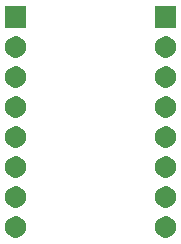
<source format=gbr>
%TF.GenerationSoftware,KiCad,Pcbnew,(5.1.6)-1*%
%TF.CreationDate,2020-10-05T22:36:01-05:00*%
%TF.ProjectId,ice30lp384_dev_board,69636533-306c-4703-9338-345f6465765f,rev?*%
%TF.SameCoordinates,Original*%
%TF.FileFunction,Soldermask,Bot*%
%TF.FilePolarity,Negative*%
%FSLAX46Y46*%
G04 Gerber Fmt 4.6, Leading zero omitted, Abs format (unit mm)*
G04 Created by KiCad (PCBNEW (5.1.6)-1) date 2020-10-05 22:36:01*
%MOMM*%
%LPD*%
G01*
G04 APERTURE LIST*
%ADD10C,0.100000*%
G04 APERTURE END LIST*
D10*
G36*
X112911754Y-65808817D02*
G01*
X113075689Y-65876721D01*
X113223227Y-65975303D01*
X113348697Y-66100773D01*
X113447279Y-66248311D01*
X113515183Y-66412246D01*
X113549800Y-66586279D01*
X113549800Y-66763721D01*
X113515183Y-66937754D01*
X113447279Y-67101689D01*
X113348697Y-67249227D01*
X113223227Y-67374697D01*
X113075689Y-67473279D01*
X112911754Y-67541183D01*
X112737721Y-67575800D01*
X112560279Y-67575800D01*
X112386246Y-67541183D01*
X112222311Y-67473279D01*
X112074773Y-67374697D01*
X111949303Y-67249227D01*
X111850721Y-67101689D01*
X111782817Y-66937754D01*
X111748200Y-66763721D01*
X111748200Y-66586279D01*
X111782817Y-66412246D01*
X111850721Y-66248311D01*
X111949303Y-66100773D01*
X112074773Y-65975303D01*
X112222311Y-65876721D01*
X112386246Y-65808817D01*
X112560279Y-65774200D01*
X112737721Y-65774200D01*
X112911754Y-65808817D01*
G37*
G36*
X125611754Y-65808817D02*
G01*
X125775689Y-65876721D01*
X125923227Y-65975303D01*
X126048697Y-66100773D01*
X126147279Y-66248311D01*
X126215183Y-66412246D01*
X126249800Y-66586279D01*
X126249800Y-66763721D01*
X126215183Y-66937754D01*
X126147279Y-67101689D01*
X126048697Y-67249227D01*
X125923227Y-67374697D01*
X125775689Y-67473279D01*
X125611754Y-67541183D01*
X125437721Y-67575800D01*
X125260279Y-67575800D01*
X125086246Y-67541183D01*
X124922311Y-67473279D01*
X124774773Y-67374697D01*
X124649303Y-67249227D01*
X124550721Y-67101689D01*
X124482817Y-66937754D01*
X124448200Y-66763721D01*
X124448200Y-66586279D01*
X124482817Y-66412246D01*
X124550721Y-66248311D01*
X124649303Y-66100773D01*
X124774773Y-65975303D01*
X124922311Y-65876721D01*
X125086246Y-65808817D01*
X125260279Y-65774200D01*
X125437721Y-65774200D01*
X125611754Y-65808817D01*
G37*
G36*
X112911754Y-63268817D02*
G01*
X113075689Y-63336721D01*
X113223227Y-63435303D01*
X113348697Y-63560773D01*
X113447279Y-63708311D01*
X113515183Y-63872246D01*
X113549800Y-64046279D01*
X113549800Y-64223721D01*
X113515183Y-64397754D01*
X113447279Y-64561689D01*
X113348697Y-64709227D01*
X113223227Y-64834697D01*
X113075689Y-64933279D01*
X112911754Y-65001183D01*
X112737721Y-65035800D01*
X112560279Y-65035800D01*
X112386246Y-65001183D01*
X112222311Y-64933279D01*
X112074773Y-64834697D01*
X111949303Y-64709227D01*
X111850721Y-64561689D01*
X111782817Y-64397754D01*
X111748200Y-64223721D01*
X111748200Y-64046279D01*
X111782817Y-63872246D01*
X111850721Y-63708311D01*
X111949303Y-63560773D01*
X112074773Y-63435303D01*
X112222311Y-63336721D01*
X112386246Y-63268817D01*
X112560279Y-63234200D01*
X112737721Y-63234200D01*
X112911754Y-63268817D01*
G37*
G36*
X125611754Y-63268817D02*
G01*
X125775689Y-63336721D01*
X125923227Y-63435303D01*
X126048697Y-63560773D01*
X126147279Y-63708311D01*
X126215183Y-63872246D01*
X126249800Y-64046279D01*
X126249800Y-64223721D01*
X126215183Y-64397754D01*
X126147279Y-64561689D01*
X126048697Y-64709227D01*
X125923227Y-64834697D01*
X125775689Y-64933279D01*
X125611754Y-65001183D01*
X125437721Y-65035800D01*
X125260279Y-65035800D01*
X125086246Y-65001183D01*
X124922311Y-64933279D01*
X124774773Y-64834697D01*
X124649303Y-64709227D01*
X124550721Y-64561689D01*
X124482817Y-64397754D01*
X124448200Y-64223721D01*
X124448200Y-64046279D01*
X124482817Y-63872246D01*
X124550721Y-63708311D01*
X124649303Y-63560773D01*
X124774773Y-63435303D01*
X124922311Y-63336721D01*
X125086246Y-63268817D01*
X125260279Y-63234200D01*
X125437721Y-63234200D01*
X125611754Y-63268817D01*
G37*
G36*
X125611754Y-60728817D02*
G01*
X125775689Y-60796721D01*
X125923227Y-60895303D01*
X126048697Y-61020773D01*
X126147279Y-61168311D01*
X126215183Y-61332246D01*
X126249800Y-61506279D01*
X126249800Y-61683721D01*
X126215183Y-61857754D01*
X126147279Y-62021689D01*
X126048697Y-62169227D01*
X125923227Y-62294697D01*
X125775689Y-62393279D01*
X125611754Y-62461183D01*
X125437721Y-62495800D01*
X125260279Y-62495800D01*
X125086246Y-62461183D01*
X124922311Y-62393279D01*
X124774773Y-62294697D01*
X124649303Y-62169227D01*
X124550721Y-62021689D01*
X124482817Y-61857754D01*
X124448200Y-61683721D01*
X124448200Y-61506279D01*
X124482817Y-61332246D01*
X124550721Y-61168311D01*
X124649303Y-61020773D01*
X124774773Y-60895303D01*
X124922311Y-60796721D01*
X125086246Y-60728817D01*
X125260279Y-60694200D01*
X125437721Y-60694200D01*
X125611754Y-60728817D01*
G37*
G36*
X112911754Y-60728817D02*
G01*
X113075689Y-60796721D01*
X113223227Y-60895303D01*
X113348697Y-61020773D01*
X113447279Y-61168311D01*
X113515183Y-61332246D01*
X113549800Y-61506279D01*
X113549800Y-61683721D01*
X113515183Y-61857754D01*
X113447279Y-62021689D01*
X113348697Y-62169227D01*
X113223227Y-62294697D01*
X113075689Y-62393279D01*
X112911754Y-62461183D01*
X112737721Y-62495800D01*
X112560279Y-62495800D01*
X112386246Y-62461183D01*
X112222311Y-62393279D01*
X112074773Y-62294697D01*
X111949303Y-62169227D01*
X111850721Y-62021689D01*
X111782817Y-61857754D01*
X111748200Y-61683721D01*
X111748200Y-61506279D01*
X111782817Y-61332246D01*
X111850721Y-61168311D01*
X111949303Y-61020773D01*
X112074773Y-60895303D01*
X112222311Y-60796721D01*
X112386246Y-60728817D01*
X112560279Y-60694200D01*
X112737721Y-60694200D01*
X112911754Y-60728817D01*
G37*
G36*
X125611754Y-58188817D02*
G01*
X125775689Y-58256721D01*
X125923227Y-58355303D01*
X126048697Y-58480773D01*
X126147279Y-58628311D01*
X126215183Y-58792246D01*
X126249800Y-58966279D01*
X126249800Y-59143721D01*
X126215183Y-59317754D01*
X126147279Y-59481689D01*
X126048697Y-59629227D01*
X125923227Y-59754697D01*
X125775689Y-59853279D01*
X125611754Y-59921183D01*
X125437721Y-59955800D01*
X125260279Y-59955800D01*
X125086246Y-59921183D01*
X124922311Y-59853279D01*
X124774773Y-59754697D01*
X124649303Y-59629227D01*
X124550721Y-59481689D01*
X124482817Y-59317754D01*
X124448200Y-59143721D01*
X124448200Y-58966279D01*
X124482817Y-58792246D01*
X124550721Y-58628311D01*
X124649303Y-58480773D01*
X124774773Y-58355303D01*
X124922311Y-58256721D01*
X125086246Y-58188817D01*
X125260279Y-58154200D01*
X125437721Y-58154200D01*
X125611754Y-58188817D01*
G37*
G36*
X112911754Y-58188817D02*
G01*
X113075689Y-58256721D01*
X113223227Y-58355303D01*
X113348697Y-58480773D01*
X113447279Y-58628311D01*
X113515183Y-58792246D01*
X113549800Y-58966279D01*
X113549800Y-59143721D01*
X113515183Y-59317754D01*
X113447279Y-59481689D01*
X113348697Y-59629227D01*
X113223227Y-59754697D01*
X113075689Y-59853279D01*
X112911754Y-59921183D01*
X112737721Y-59955800D01*
X112560279Y-59955800D01*
X112386246Y-59921183D01*
X112222311Y-59853279D01*
X112074773Y-59754697D01*
X111949303Y-59629227D01*
X111850721Y-59481689D01*
X111782817Y-59317754D01*
X111748200Y-59143721D01*
X111748200Y-58966279D01*
X111782817Y-58792246D01*
X111850721Y-58628311D01*
X111949303Y-58480773D01*
X112074773Y-58355303D01*
X112222311Y-58256721D01*
X112386246Y-58188817D01*
X112560279Y-58154200D01*
X112737721Y-58154200D01*
X112911754Y-58188817D01*
G37*
G36*
X112911754Y-55648817D02*
G01*
X113075689Y-55716721D01*
X113223227Y-55815303D01*
X113348697Y-55940773D01*
X113447279Y-56088311D01*
X113515183Y-56252246D01*
X113549800Y-56426279D01*
X113549800Y-56603721D01*
X113515183Y-56777754D01*
X113447279Y-56941689D01*
X113348697Y-57089227D01*
X113223227Y-57214697D01*
X113075689Y-57313279D01*
X112911754Y-57381183D01*
X112737721Y-57415800D01*
X112560279Y-57415800D01*
X112386246Y-57381183D01*
X112222311Y-57313279D01*
X112074773Y-57214697D01*
X111949303Y-57089227D01*
X111850721Y-56941689D01*
X111782817Y-56777754D01*
X111748200Y-56603721D01*
X111748200Y-56426279D01*
X111782817Y-56252246D01*
X111850721Y-56088311D01*
X111949303Y-55940773D01*
X112074773Y-55815303D01*
X112222311Y-55716721D01*
X112386246Y-55648817D01*
X112560279Y-55614200D01*
X112737721Y-55614200D01*
X112911754Y-55648817D01*
G37*
G36*
X125611754Y-55648817D02*
G01*
X125775689Y-55716721D01*
X125923227Y-55815303D01*
X126048697Y-55940773D01*
X126147279Y-56088311D01*
X126215183Y-56252246D01*
X126249800Y-56426279D01*
X126249800Y-56603721D01*
X126215183Y-56777754D01*
X126147279Y-56941689D01*
X126048697Y-57089227D01*
X125923227Y-57214697D01*
X125775689Y-57313279D01*
X125611754Y-57381183D01*
X125437721Y-57415800D01*
X125260279Y-57415800D01*
X125086246Y-57381183D01*
X124922311Y-57313279D01*
X124774773Y-57214697D01*
X124649303Y-57089227D01*
X124550721Y-56941689D01*
X124482817Y-56777754D01*
X124448200Y-56603721D01*
X124448200Y-56426279D01*
X124482817Y-56252246D01*
X124550721Y-56088311D01*
X124649303Y-55940773D01*
X124774773Y-55815303D01*
X124922311Y-55716721D01*
X125086246Y-55648817D01*
X125260279Y-55614200D01*
X125437721Y-55614200D01*
X125611754Y-55648817D01*
G37*
G36*
X112911754Y-53108817D02*
G01*
X113075689Y-53176721D01*
X113223227Y-53275303D01*
X113348697Y-53400773D01*
X113447279Y-53548311D01*
X113515183Y-53712246D01*
X113549800Y-53886279D01*
X113549800Y-54063721D01*
X113515183Y-54237754D01*
X113447279Y-54401689D01*
X113348697Y-54549227D01*
X113223227Y-54674697D01*
X113075689Y-54773279D01*
X112911754Y-54841183D01*
X112737721Y-54875800D01*
X112560279Y-54875800D01*
X112386246Y-54841183D01*
X112222311Y-54773279D01*
X112074773Y-54674697D01*
X111949303Y-54549227D01*
X111850721Y-54401689D01*
X111782817Y-54237754D01*
X111748200Y-54063721D01*
X111748200Y-53886279D01*
X111782817Y-53712246D01*
X111850721Y-53548311D01*
X111949303Y-53400773D01*
X112074773Y-53275303D01*
X112222311Y-53176721D01*
X112386246Y-53108817D01*
X112560279Y-53074200D01*
X112737721Y-53074200D01*
X112911754Y-53108817D01*
G37*
G36*
X125611754Y-53108817D02*
G01*
X125775689Y-53176721D01*
X125923227Y-53275303D01*
X126048697Y-53400773D01*
X126147279Y-53548311D01*
X126215183Y-53712246D01*
X126249800Y-53886279D01*
X126249800Y-54063721D01*
X126215183Y-54237754D01*
X126147279Y-54401689D01*
X126048697Y-54549227D01*
X125923227Y-54674697D01*
X125775689Y-54773279D01*
X125611754Y-54841183D01*
X125437721Y-54875800D01*
X125260279Y-54875800D01*
X125086246Y-54841183D01*
X124922311Y-54773279D01*
X124774773Y-54674697D01*
X124649303Y-54549227D01*
X124550721Y-54401689D01*
X124482817Y-54237754D01*
X124448200Y-54063721D01*
X124448200Y-53886279D01*
X124482817Y-53712246D01*
X124550721Y-53548311D01*
X124649303Y-53400773D01*
X124774773Y-53275303D01*
X124922311Y-53176721D01*
X125086246Y-53108817D01*
X125260279Y-53074200D01*
X125437721Y-53074200D01*
X125611754Y-53108817D01*
G37*
G36*
X125611754Y-50568817D02*
G01*
X125775689Y-50636721D01*
X125923227Y-50735303D01*
X126048697Y-50860773D01*
X126147279Y-51008311D01*
X126215183Y-51172246D01*
X126249800Y-51346279D01*
X126249800Y-51523721D01*
X126215183Y-51697754D01*
X126147279Y-51861689D01*
X126048697Y-52009227D01*
X125923227Y-52134697D01*
X125775689Y-52233279D01*
X125611754Y-52301183D01*
X125437721Y-52335800D01*
X125260279Y-52335800D01*
X125086246Y-52301183D01*
X124922311Y-52233279D01*
X124774773Y-52134697D01*
X124649303Y-52009227D01*
X124550721Y-51861689D01*
X124482817Y-51697754D01*
X124448200Y-51523721D01*
X124448200Y-51346279D01*
X124482817Y-51172246D01*
X124550721Y-51008311D01*
X124649303Y-50860773D01*
X124774773Y-50735303D01*
X124922311Y-50636721D01*
X125086246Y-50568817D01*
X125260279Y-50534200D01*
X125437721Y-50534200D01*
X125611754Y-50568817D01*
G37*
G36*
X112911754Y-50568817D02*
G01*
X113075689Y-50636721D01*
X113223227Y-50735303D01*
X113348697Y-50860773D01*
X113447279Y-51008311D01*
X113515183Y-51172246D01*
X113549800Y-51346279D01*
X113549800Y-51523721D01*
X113515183Y-51697754D01*
X113447279Y-51861689D01*
X113348697Y-52009227D01*
X113223227Y-52134697D01*
X113075689Y-52233279D01*
X112911754Y-52301183D01*
X112737721Y-52335800D01*
X112560279Y-52335800D01*
X112386246Y-52301183D01*
X112222311Y-52233279D01*
X112074773Y-52134697D01*
X111949303Y-52009227D01*
X111850721Y-51861689D01*
X111782817Y-51697754D01*
X111748200Y-51523721D01*
X111748200Y-51346279D01*
X111782817Y-51172246D01*
X111850721Y-51008311D01*
X111949303Y-50860773D01*
X112074773Y-50735303D01*
X112222311Y-50636721D01*
X112386246Y-50568817D01*
X112560279Y-50534200D01*
X112737721Y-50534200D01*
X112911754Y-50568817D01*
G37*
G36*
X126249800Y-49795800D02*
G01*
X124448200Y-49795800D01*
X124448200Y-47994200D01*
X126249800Y-47994200D01*
X126249800Y-49795800D01*
G37*
G36*
X113549800Y-49795800D02*
G01*
X111748200Y-49795800D01*
X111748200Y-47994200D01*
X113549800Y-47994200D01*
X113549800Y-49795800D01*
G37*
M02*

</source>
